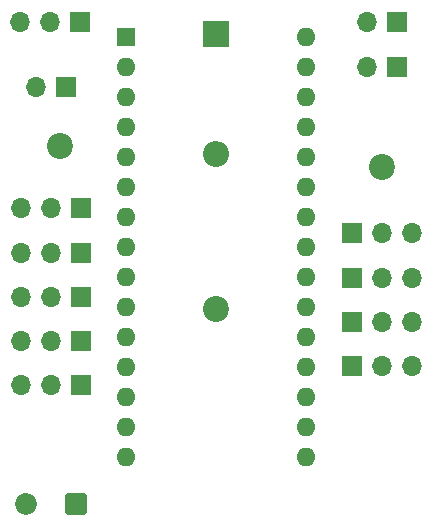
<source format=gbr>
%TF.GenerationSoftware,KiCad,Pcbnew,8.0.3*%
%TF.CreationDate,2024-07-09T10:02:45+02:00*%
%TF.ProjectId,Krabbler,4b726162-626c-4657-922e-6b696361645f,24.1*%
%TF.SameCoordinates,Original*%
%TF.FileFunction,Soldermask,Top*%
%TF.FilePolarity,Negative*%
%FSLAX46Y46*%
G04 Gerber Fmt 4.6, Leading zero omitted, Abs format (unit mm)*
G04 Created by KiCad (PCBNEW 8.0.3) date 2024-07-09 10:02:45*
%MOMM*%
%LPD*%
G01*
G04 APERTURE LIST*
G04 Aperture macros list*
%AMRoundRect*
0 Rectangle with rounded corners*
0 $1 Rounding radius*
0 $2 $3 $4 $5 $6 $7 $8 $9 X,Y pos of 4 corners*
0 Add a 4 corners polygon primitive as box body*
4,1,4,$2,$3,$4,$5,$6,$7,$8,$9,$2,$3,0*
0 Add four circle primitives for the rounded corners*
1,1,$1+$1,$2,$3*
1,1,$1+$1,$4,$5*
1,1,$1+$1,$6,$7*
1,1,$1+$1,$8,$9*
0 Add four rect primitives between the rounded corners*
20,1,$1+$1,$2,$3,$4,$5,0*
20,1,$1+$1,$4,$5,$6,$7,0*
20,1,$1+$1,$6,$7,$8,$9,0*
20,1,$1+$1,$8,$9,$2,$3,0*%
G04 Aperture macros list end*
%ADD10R,1.700000X1.700000*%
%ADD11O,1.700000X1.700000*%
%ADD12R,2.200000X2.200000*%
%ADD13O,2.200000X2.200000*%
%ADD14RoundRect,0.250000X0.675000X0.675000X-0.675000X0.675000X-0.675000X-0.675000X0.675000X-0.675000X0*%
%ADD15C,1.850000*%
%ADD16R,1.600000X1.600000*%
%ADD17O,1.600000X1.600000*%
%ADD18C,2.200000*%
G04 APERTURE END LIST*
D10*
%TO.C,M5*%
X68625000Y-63790000D03*
D11*
X66085000Y-63790000D03*
X63545000Y-63790000D03*
%TD*%
D10*
%TO.C,P3*%
X67350000Y-38540000D03*
D11*
X64810000Y-38540000D03*
%TD*%
D12*
%TO.C,D1*%
X80100000Y-34040000D03*
D13*
X80100000Y-44200000D03*
%TD*%
D10*
%TO.C,A1*%
X91600000Y-62165000D03*
D11*
X94140000Y-62165000D03*
X96680000Y-62165000D03*
%TD*%
D14*
%TO.C,P2*%
X68200000Y-73790000D03*
D15*
X64000000Y-73790000D03*
%TD*%
D16*
%TO.C,MC1*%
X72490000Y-34250000D03*
D17*
X72490000Y-36790000D03*
X72490000Y-39330000D03*
X72490000Y-41870000D03*
X72490000Y-44410000D03*
X72490000Y-46950000D03*
X72490000Y-49490000D03*
X72490000Y-52030000D03*
X72490000Y-54570000D03*
X72490000Y-57110000D03*
X72490000Y-59650000D03*
X72490000Y-62190000D03*
X72490000Y-64730000D03*
X72490000Y-67270000D03*
X72490000Y-69810000D03*
X87730000Y-69810000D03*
X87730000Y-67270000D03*
X87730000Y-64730000D03*
X87730000Y-62190000D03*
X87730000Y-59650000D03*
X87730000Y-57110000D03*
X87730000Y-54570000D03*
X87730000Y-52030000D03*
X87730000Y-49490000D03*
X87730000Y-46950000D03*
X87730000Y-44410000D03*
X87730000Y-41870000D03*
X87730000Y-39330000D03*
X87730000Y-36790000D03*
X87730000Y-34250000D03*
%TD*%
D10*
%TO.C,M4*%
X68625000Y-60040000D03*
D11*
X66085000Y-60040000D03*
X63545000Y-60040000D03*
%TD*%
D10*
%TO.C,M1*%
X68625000Y-48790000D03*
D11*
X66085000Y-48790000D03*
X63545000Y-48790000D03*
%TD*%
D10*
%TO.C,M2*%
X68625000Y-52540000D03*
D11*
X66085000Y-52540000D03*
X63545000Y-52540000D03*
%TD*%
D18*
%TO.C,REF\u002A\u002A*%
X66850000Y-43490000D03*
%TD*%
%TO.C,REF\u002A\u002A*%
X94100000Y-45290000D03*
%TD*%
D10*
%TO.C,A2*%
X91600000Y-58415000D03*
D11*
X94140000Y-58415000D03*
X96680000Y-58415000D03*
%TD*%
D10*
%TO.C,I2C_2*%
X95375000Y-36790000D03*
D11*
X92835000Y-36790000D03*
%TD*%
D10*
%TO.C,I2C_1*%
X95375000Y-33040000D03*
D11*
X92835000Y-33040000D03*
%TD*%
D10*
%TO.C,P1*%
X68600000Y-33040000D03*
D11*
X66060000Y-33040000D03*
X63520000Y-33040000D03*
%TD*%
D10*
%TO.C,M3*%
X68625000Y-56290000D03*
D11*
X66085000Y-56290000D03*
X63545000Y-56290000D03*
%TD*%
D18*
%TO.C,REF\u002A\u002A*%
X80100000Y-57290000D03*
%TD*%
D10*
%TO.C,A3*%
X91625000Y-54665000D03*
D11*
X94165000Y-54665000D03*
X96705000Y-54665000D03*
%TD*%
D10*
%TO.C,A4*%
X91600000Y-50915000D03*
D11*
X94140000Y-50915000D03*
X96680000Y-50915000D03*
%TD*%
M02*

</source>
